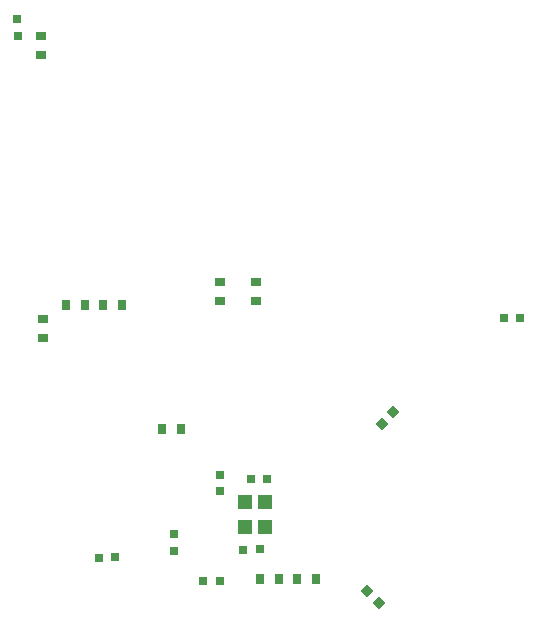
<source format=gbp>
G04*
G04 #@! TF.GenerationSoftware,Altium Limited,Altium Designer,20.0.13 (296)*
G04*
G04 Layer_Color=128*
%FSLAX44Y44*%
%MOMM*%
G71*
G01*
G75*
%ADD35R,0.8000X0.9650*%
%ADD38R,0.9650X0.8000*%
%ADD39R,0.7620X0.7620*%
%ADD47R,0.7620X0.7620*%
%ADD119R,1.2000X1.3000*%
%ADD120P,1.0776X4X360.0*%
%ADD121P,1.0776X4X270.0*%
D35*
X249010Y333050D02*
D03*
X233010D02*
D03*
X313760Y227800D02*
D03*
X329760D02*
D03*
X428010Y100800D02*
D03*
X444010D02*
D03*
X397010D02*
D03*
X413010D02*
D03*
X264260Y332800D02*
D03*
X280260Y332800D02*
D03*
D38*
X394010Y336550D02*
D03*
Y352550D02*
D03*
X363010Y336550D02*
D03*
Y352550D02*
D03*
X211260Y560550D02*
D03*
Y544550D02*
D03*
X213010Y320800D02*
D03*
Y304800D02*
D03*
D39*
X260583Y118882D02*
D03*
X274553Y119136D02*
D03*
X403010Y185800D02*
D03*
X389040Y185546D02*
D03*
X396980Y126054D02*
D03*
X383010Y125800D02*
D03*
X349010Y99050D02*
D03*
X362980Y99304D02*
D03*
X617520Y321904D02*
D03*
X603550Y321650D02*
D03*
D47*
X191510Y574800D02*
D03*
X191764Y560830D02*
D03*
X362756Y189270D02*
D03*
X363010Y175300D02*
D03*
X324006Y138770D02*
D03*
X324260Y124800D02*
D03*
D119*
X384510Y166300D02*
D03*
Y145300D02*
D03*
X401510D02*
D03*
Y166300D02*
D03*
D120*
X487952Y90499D02*
D03*
X498010Y80800D02*
D03*
D121*
X509760Y242550D02*
D03*
X500061Y232492D02*
D03*
M02*

</source>
